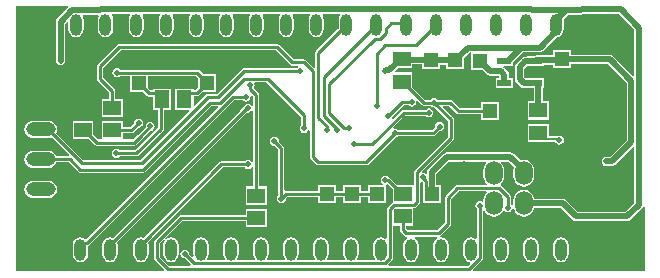
<source format=gbl>
G04*
G04 #@! TF.GenerationSoftware,Altium Limited,Altium Designer,20.0.13 (296)*
G04*
G04 Layer_Physical_Order=2*
G04 Layer_Color=16711680*
%FSLAX25Y25*%
%MOIN*%
G70*
G01*
G75*
%ADD13C,0.01000*%
%ADD44C,0.00800*%
%ADD46C,0.02000*%
%ADD47O,0.04000X0.07200*%
%ADD48R,0.04000X0.07200*%
%ADD49O,0.05906X0.07874*%
%ADD50O,0.09843X0.04724*%
%ADD51R,0.09843X0.04724*%
%ADD52C,0.01968*%
%ADD53C,0.02000*%
%ADD54R,0.05906X0.05118*%
%ADD55R,0.05000X0.05000*%
%ADD56R,0.05118X0.05906*%
%ADD57R,0.04803X0.02441*%
%ADD58R,0.05000X0.05000*%
G36*
X18233Y88696D02*
X14619Y85081D01*
X14287Y84585D01*
X14171Y84000D01*
Y71000D01*
X14287Y70415D01*
X14619Y69919D01*
X15115Y69587D01*
X15700Y69471D01*
X16285Y69587D01*
X16781Y69919D01*
X17113Y70415D01*
X17229Y71000D01*
Y83367D01*
X17832Y83969D01*
X18293Y83777D01*
Y81400D01*
X18488Y80424D01*
X19040Y79598D01*
X19867Y79045D01*
X20843Y78851D01*
X21818Y79045D01*
X22645Y79598D01*
X23198Y80424D01*
X23392Y81400D01*
Y84600D01*
X23198Y85575D01*
X23028Y85830D01*
X23263Y86271D01*
X28264D01*
X28500Y85830D01*
X28330Y85575D01*
X28136Y84600D01*
Y81400D01*
X28330Y80424D01*
X28883Y79598D01*
X29710Y79045D01*
X30685Y78851D01*
X31661Y79045D01*
X32487Y79598D01*
X33040Y80424D01*
X33234Y81400D01*
Y84600D01*
X33040Y85575D01*
X32709Y86071D01*
X32976Y86571D01*
X38709D01*
X38976Y86071D01*
X38645Y85575D01*
X38451Y84600D01*
Y81400D01*
X38645Y80424D01*
X39198Y79598D01*
X40025Y79045D01*
X41000Y78851D01*
X41976Y79045D01*
X42802Y79598D01*
X43355Y80424D01*
X43549Y81400D01*
Y84600D01*
X43355Y85575D01*
X43024Y86071D01*
X43291Y86571D01*
X48709D01*
X48976Y86071D01*
X48645Y85575D01*
X48451Y84600D01*
Y81400D01*
X48645Y80424D01*
X49198Y79598D01*
X50024Y79045D01*
X51000Y78851D01*
X51976Y79045D01*
X52802Y79598D01*
X53355Y80424D01*
X53549Y81400D01*
Y84600D01*
X53355Y85575D01*
X53024Y86071D01*
X53291Y86571D01*
X58709D01*
X58976Y86071D01*
X58645Y85575D01*
X58451Y84600D01*
Y81400D01*
X58645Y80424D01*
X59198Y79598D01*
X60024Y79045D01*
X61000Y78851D01*
X61976Y79045D01*
X62802Y79598D01*
X63355Y80424D01*
X63549Y81400D01*
Y84600D01*
X63355Y85575D01*
X63024Y86071D01*
X63291Y86571D01*
X68709D01*
X68976Y86071D01*
X68645Y85575D01*
X68451Y84600D01*
Y81400D01*
X68645Y80424D01*
X69198Y79598D01*
X70025Y79045D01*
X71000Y78851D01*
X71975Y79045D01*
X72802Y79598D01*
X73355Y80424D01*
X73549Y81400D01*
Y84600D01*
X73355Y85575D01*
X73024Y86071D01*
X73291Y86571D01*
X78709D01*
X78976Y86071D01*
X78645Y85575D01*
X78451Y84600D01*
Y81400D01*
X78645Y80424D01*
X79198Y79598D01*
X80024Y79045D01*
X81000Y78851D01*
X81975Y79045D01*
X82802Y79598D01*
X83355Y80424D01*
X83549Y81400D01*
Y84600D01*
X83355Y85575D01*
X83024Y86071D01*
X83291Y86571D01*
X88709D01*
X88976Y86071D01*
X88645Y85575D01*
X88451Y84600D01*
Y81400D01*
X88645Y80424D01*
X89198Y79598D01*
X90025Y79045D01*
X91000Y78851D01*
X91975Y79045D01*
X92802Y79598D01*
X93355Y80424D01*
X93549Y81400D01*
Y84600D01*
X93355Y85575D01*
X93024Y86071D01*
X93291Y86571D01*
X98709D01*
X98976Y86071D01*
X98645Y85575D01*
X98451Y84600D01*
Y81400D01*
X98645Y80424D01*
X99198Y79598D01*
X100024Y79045D01*
X101000Y78851D01*
X101976Y79045D01*
X102802Y79598D01*
X103355Y80424D01*
X103549Y81400D01*
Y84600D01*
X103355Y85575D01*
X103024Y86071D01*
X103291Y86571D01*
X108709D01*
X108976Y86071D01*
X108645Y85575D01*
X108451Y84600D01*
Y81771D01*
X108436Y81768D01*
X108105Y81547D01*
X100952Y74394D01*
X100731Y74063D01*
X100654Y73673D01*
Y68810D01*
X100154Y68603D01*
X97635Y71121D01*
X97304Y71342D01*
X96914Y71420D01*
X93422D01*
X88621Y76221D01*
X88290Y76442D01*
X87900Y76520D01*
X35300D01*
X34910Y76442D01*
X34579Y76221D01*
X28179Y69821D01*
X27958Y69490D01*
X27880Y69100D01*
Y65000D01*
X27958Y64610D01*
X28179Y64279D01*
X31953Y60505D01*
Y58374D01*
X29520D01*
Y52256D01*
X36426D01*
Y58374D01*
X33992D01*
Y60927D01*
X33915Y61317D01*
X33694Y61648D01*
X29920Y65422D01*
Y68678D01*
X35722Y74480D01*
X87478D01*
X92279Y69679D01*
X92610Y69458D01*
X93000Y69380D01*
X94700D01*
X94916Y68917D01*
X94910Y68880D01*
X94446Y68570D01*
X94412Y68520D01*
X77000D01*
X76610Y68442D01*
X76279Y68221D01*
X67878Y59820D01*
X64700D01*
X64310Y59742D01*
X63979Y59521D01*
X60510Y56051D01*
X60048Y56243D01*
Y59247D01*
X61251D01*
X61641Y59325D01*
X61972Y59546D01*
X63107Y60681D01*
X67665D01*
Y66681D01*
X63107D01*
X62067Y67721D01*
X61736Y67942D01*
X61346Y68020D01*
X35604D01*
X35570Y68070D01*
X35079Y68398D01*
X34500Y68513D01*
X33921Y68398D01*
X33430Y68070D01*
X33102Y67579D01*
X32987Y67000D01*
X33102Y66421D01*
X33430Y65930D01*
X33921Y65602D01*
X34500Y65487D01*
X35079Y65602D01*
X35570Y65930D01*
X35604Y65980D01*
X38732D01*
Y60484D01*
X43290D01*
X44425Y59349D01*
X44756Y59128D01*
X45146Y59050D01*
X46449D01*
Y54618D01*
X48080D01*
Y48722D01*
X40478Y41120D01*
X35404D01*
X35370Y41170D01*
X34879Y41498D01*
X34300Y41613D01*
X33721Y41498D01*
X33230Y41170D01*
X32902Y40679D01*
X32787Y40100D01*
X32902Y39521D01*
X33230Y39030D01*
X33721Y38702D01*
X34300Y38587D01*
X34879Y38702D01*
X35370Y39030D01*
X35404Y39080D01*
X40900D01*
X41290Y39158D01*
X41621Y39379D01*
X49821Y47579D01*
X50042Y47910D01*
X50120Y48300D01*
Y54618D01*
X52567D01*
Y61523D01*
X46449D01*
Y61089D01*
X45568D01*
X44732Y61926D01*
Y65980D01*
X60923D01*
X61665Y65239D01*
Y62123D01*
X60829Y61286D01*
X60048D01*
Y61523D01*
X53930D01*
Y54618D01*
X58423D01*
X58614Y54156D01*
X42378Y37920D01*
X23266D01*
X14227Y46959D01*
X14403Y47383D01*
X14501Y48130D01*
X14403Y48877D01*
X14114Y49573D01*
X13656Y50171D01*
X13058Y50630D01*
X12361Y50919D01*
X11614Y51017D01*
X6496D01*
X5749Y50919D01*
X5053Y50630D01*
X4455Y50171D01*
X3996Y49573D01*
X3708Y48877D01*
X3609Y48130D01*
X3708Y47383D01*
X3996Y46687D01*
X4455Y46089D01*
X5053Y45630D01*
X5749Y45341D01*
X6496Y45243D01*
X11614D01*
X12361Y45341D01*
X12785Y45517D01*
X18653Y39650D01*
X18446Y39149D01*
X14290D01*
X14114Y39573D01*
X13656Y40171D01*
X13058Y40630D01*
X12361Y40918D01*
X11614Y41017D01*
X6496D01*
X5749Y40918D01*
X5053Y40630D01*
X4455Y40171D01*
X3996Y39573D01*
X3708Y38877D01*
X3609Y38130D01*
X3708Y37383D01*
X3996Y36687D01*
X4455Y36089D01*
X5053Y35630D01*
X5749Y35341D01*
X6496Y35243D01*
X11614D01*
X12361Y35341D01*
X13058Y35630D01*
X13656Y36089D01*
X14114Y36687D01*
X14290Y37110D01*
X18448D01*
X21579Y33979D01*
X21910Y33758D01*
X22300Y33680D01*
X43200D01*
X43590Y33758D01*
X43921Y33979D01*
X65922Y55980D01*
X68228D01*
X68419Y55519D01*
X24289Y11388D01*
X24145Y11402D01*
X23318Y11955D01*
X22343Y12149D01*
X21367Y11955D01*
X20540Y11402D01*
X19988Y10575D01*
X19794Y9600D01*
Y6400D01*
X19988Y5424D01*
X20540Y4598D01*
X21367Y4045D01*
X22343Y3851D01*
X23318Y4045D01*
X24145Y4598D01*
X24698Y5424D01*
X24892Y6400D01*
Y9229D01*
X24907Y9232D01*
X25238Y9453D01*
X73565Y57780D01*
X76396D01*
X76430Y57730D01*
X76921Y57402D01*
X77500Y57287D01*
X78079Y57402D01*
X78570Y57730D01*
X78898Y58221D01*
X79013Y58800D01*
X79000Y58867D01*
X79391Y59437D01*
X79490Y59454D01*
X79980Y58963D01*
Y56022D01*
X79517Y55800D01*
X79480Y55806D01*
X79170Y56270D01*
X78679Y56598D01*
X78100Y56713D01*
X77521Y56598D01*
X77030Y56270D01*
X76702Y55779D01*
X76634Y55438D01*
X75665Y54469D01*
X75506Y54363D01*
X33108Y11965D01*
X32185Y12149D01*
X31210Y11955D01*
X30383Y11402D01*
X29830Y10575D01*
X29636Y9600D01*
Y6400D01*
X29830Y5424D01*
X30383Y4598D01*
X31210Y4045D01*
X32185Y3851D01*
X33160Y4045D01*
X33987Y4598D01*
X34540Y5424D01*
X34734Y6400D01*
Y9600D01*
X34550Y10523D01*
X76841Y52814D01*
X77001Y52921D01*
X77822Y53742D01*
X78100Y53687D01*
X78679Y53802D01*
X79170Y54130D01*
X79480Y54594D01*
X79517Y54600D01*
X79980Y54378D01*
Y37397D01*
X79480Y37245D01*
X79318Y37487D01*
X78827Y37815D01*
X78248Y37931D01*
X77669Y37815D01*
X77178Y37487D01*
X77144Y37437D01*
X69317D01*
X68927Y37359D01*
X68596Y37138D01*
X43423Y11965D01*
X42500Y12149D01*
X41525Y11955D01*
X40698Y11402D01*
X40145Y10575D01*
X39951Y9600D01*
Y6400D01*
X40145Y5424D01*
X40698Y4598D01*
X41525Y4045D01*
X42500Y3851D01*
X43475Y4045D01*
X44302Y4598D01*
X44855Y5424D01*
X45049Y6400D01*
Y9600D01*
X44865Y10523D01*
X69740Y35398D01*
X77144D01*
X77178Y35347D01*
X77669Y35019D01*
X78248Y34904D01*
X78827Y35019D01*
X79318Y35347D01*
X79480Y35590D01*
X79980Y35438D01*
Y29099D01*
X77547D01*
Y22981D01*
X84452D01*
Y29099D01*
X82019D01*
Y59386D01*
X81942Y59776D01*
X81721Y60107D01*
X79981Y61846D01*
X80298Y62321D01*
X80413Y62900D01*
X80318Y63380D01*
X80586Y63880D01*
X84278D01*
X95780Y52378D01*
Y49396D01*
X95502Y48979D01*
X95387Y48400D01*
X95502Y47821D01*
X95830Y47330D01*
X96321Y47002D01*
X96900Y46887D01*
X97479Y47002D01*
X97970Y47330D01*
X98280Y47794D01*
X98317Y47800D01*
X98780Y47584D01*
Y38900D01*
X98858Y38510D01*
X99079Y38179D01*
X100879Y36379D01*
X101210Y36158D01*
X101600Y36080D01*
X117513D01*
X117904Y36158D01*
X118234Y36379D01*
X127204Y45349D01*
X127264Y45337D01*
X127843Y45452D01*
X128334Y45780D01*
X128368Y45831D01*
X139862D01*
X140252Y45908D01*
X140583Y46129D01*
X141968Y47514D01*
X142028Y47502D01*
X142607Y47618D01*
X143098Y47946D01*
X143426Y48437D01*
X143541Y49016D01*
X143426Y49595D01*
X143098Y50086D01*
X142607Y50414D01*
X142028Y50529D01*
X141448Y50414D01*
X140957Y50086D01*
X140629Y49595D01*
X140514Y49016D01*
X140526Y48956D01*
X139440Y47870D01*
X128368D01*
X128334Y47921D01*
X127843Y48248D01*
X127264Y48364D01*
X126826Y48276D01*
X126568Y48726D01*
X130464Y52622D01*
X137380D01*
X137414Y52572D01*
X137905Y52244D01*
X138484Y52128D01*
X139063Y52244D01*
X139554Y52572D01*
X139882Y53063D01*
X139998Y53642D01*
X139882Y54221D01*
X139554Y54712D01*
X139063Y55040D01*
X138484Y55155D01*
X137905Y55040D01*
X137414Y54712D01*
X137380Y54661D01*
X130042D01*
X129651Y54584D01*
X129321Y54363D01*
X126628Y51670D01*
X126240Y51989D01*
X126300Y52078D01*
X126415Y52658D01*
X126403Y52717D01*
X130048Y56362D01*
X131484D01*
X131632Y56140D01*
X132123Y55812D01*
X132703Y55697D01*
X133282Y55812D01*
X133773Y56140D01*
X134101Y56631D01*
X134216Y57210D01*
X134155Y57516D01*
X134616Y57762D01*
X136099Y56279D01*
X136430Y56058D01*
X136820Y55980D01*
X139096D01*
X139130Y55930D01*
X139621Y55602D01*
X140200Y55487D01*
X140260Y55498D01*
X144780Y50978D01*
Y45622D01*
X133779Y34621D01*
X133558Y34290D01*
X133480Y33900D01*
Y30020D01*
X133297Y29596D01*
X127833D01*
X125508Y31921D01*
X125177Y32142D01*
X125152Y32147D01*
X125070Y32270D01*
X124579Y32598D01*
X124000Y32713D01*
X123421Y32598D01*
X122930Y32270D01*
X122602Y31779D01*
X122487Y31200D01*
X122602Y30621D01*
X122930Y30130D01*
X123124Y30000D01*
X122973Y29500D01*
X118200D01*
Y27520D01*
X115900D01*
Y29500D01*
X109900D01*
Y27520D01*
X107600D01*
Y29500D01*
X101600D01*
Y27520D01*
X90800D01*
X90320Y27934D01*
Y41800D01*
X90242Y42190D01*
X90021Y42521D01*
X88502Y44040D01*
X88513Y44100D01*
X88398Y44679D01*
X88070Y45170D01*
X87579Y45498D01*
X87000Y45613D01*
X86421Y45498D01*
X85930Y45170D01*
X85602Y44679D01*
X85487Y44100D01*
X85602Y43521D01*
X85930Y43030D01*
X86421Y42702D01*
X87000Y42587D01*
X87060Y42599D01*
X88280Y41378D01*
Y26104D01*
X88230Y26070D01*
X87902Y25579D01*
X87787Y25000D01*
X87902Y24421D01*
X88230Y23930D01*
X88721Y23602D01*
X89300Y23487D01*
X89879Y23602D01*
X90370Y23930D01*
X90698Y24421D01*
X90813Y25000D01*
X90802Y25060D01*
X91222Y25480D01*
X101600D01*
Y23500D01*
X107600D01*
Y25480D01*
X109900D01*
Y23500D01*
X115900D01*
Y25480D01*
X118200D01*
Y23500D01*
X124200D01*
Y29217D01*
X124200Y29500D01*
X124575Y29801D01*
X124579Y29802D01*
X124677Y29868D01*
X126391Y28154D01*
Y23881D01*
X126118Y23698D01*
X124779Y22359D01*
X124558Y22029D01*
X124480Y21639D01*
Y11885D01*
X123980Y11618D01*
X123476Y11955D01*
X122500Y12149D01*
X121525Y11955D01*
X120698Y11402D01*
X120145Y10575D01*
X119951Y9600D01*
Y6400D01*
X120145Y5424D01*
X120483Y4920D01*
X120215Y4420D01*
X114785D01*
X114518Y4920D01*
X114855Y5424D01*
X115049Y6400D01*
Y9600D01*
X114855Y10575D01*
X114302Y11402D01*
X113476Y11955D01*
X112500Y12149D01*
X111524Y11955D01*
X110698Y11402D01*
X110145Y10575D01*
X109951Y9600D01*
Y6400D01*
X110145Y5424D01*
X110482Y4920D01*
X110215Y4420D01*
X104785D01*
X104518Y4920D01*
X104855Y5424D01*
X105049Y6400D01*
Y9600D01*
X104855Y10575D01*
X104302Y11402D01*
X103475Y11955D01*
X102500Y12149D01*
X101525Y11955D01*
X100698Y11402D01*
X100145Y10575D01*
X99951Y9600D01*
Y6400D01*
X100145Y5424D01*
X100482Y4920D01*
X100215Y4420D01*
X94785D01*
X94518Y4920D01*
X94855Y5424D01*
X95049Y6400D01*
Y9600D01*
X94855Y10575D01*
X94302Y11402D01*
X93476Y11955D01*
X92500Y12149D01*
X91524Y11955D01*
X90698Y11402D01*
X90145Y10575D01*
X89951Y9600D01*
Y6400D01*
X90145Y5424D01*
X90482Y4920D01*
X90215Y4420D01*
X84785D01*
X84518Y4920D01*
X84855Y5424D01*
X85049Y6400D01*
Y9600D01*
X84855Y10575D01*
X84302Y11402D01*
X83476Y11955D01*
X82500Y12149D01*
X81524Y11955D01*
X80698Y11402D01*
X80145Y10575D01*
X79951Y9600D01*
Y6400D01*
X80145Y5424D01*
X80482Y4920D01*
X80215Y4420D01*
X74785D01*
X74518Y4920D01*
X74855Y5424D01*
X75049Y6400D01*
Y9600D01*
X74855Y10575D01*
X74302Y11402D01*
X73475Y11955D01*
X72500Y12149D01*
X71525Y11955D01*
X70698Y11402D01*
X70145Y10575D01*
X69951Y9600D01*
Y6400D01*
X70145Y5424D01*
X70482Y4920D01*
X70215Y4420D01*
X64785D01*
X64518Y4920D01*
X64855Y5424D01*
X65049Y6400D01*
Y9600D01*
X64855Y10575D01*
X64302Y11402D01*
X63476Y11955D01*
X62500Y12149D01*
X61524Y11955D01*
X60698Y11402D01*
X60145Y10575D01*
X59951Y9600D01*
Y6400D01*
X60076Y5773D01*
X59615Y5527D01*
X58601Y6540D01*
X58613Y6600D01*
X58498Y7179D01*
X58170Y7670D01*
X57679Y7998D01*
X57100Y8113D01*
X56521Y7998D01*
X56030Y7670D01*
X55702Y7179D01*
X55587Y6600D01*
X55702Y6021D01*
X56030Y5530D01*
X56521Y5202D01*
X57100Y5087D01*
X57160Y5099D01*
X59139Y3120D01*
X58931Y2620D01*
X51808D01*
X48820Y5608D01*
Y10178D01*
X50201Y11559D01*
X50589Y11240D01*
X50536Y11160D01*
X50145Y10575D01*
X49951Y9600D01*
Y6400D01*
X50145Y5424D01*
X50698Y4598D01*
X51525Y4045D01*
X52500Y3851D01*
X53475Y4045D01*
X54302Y4598D01*
X54855Y5424D01*
X55049Y6400D01*
Y9600D01*
X54855Y10575D01*
X54302Y11402D01*
X53475Y11955D01*
X52500Y12149D01*
X51525Y11955D01*
X50940Y11564D01*
X50860Y11511D01*
X50541Y11899D01*
X56182Y17540D01*
X77547D01*
Y15500D01*
X84452D01*
Y21619D01*
X77547D01*
Y19579D01*
X55760D01*
X55369Y19501D01*
X55039Y19281D01*
X47079Y11321D01*
X46858Y10990D01*
X46780Y10600D01*
Y5186D01*
X46858Y4796D01*
X47079Y4465D01*
X50279Y1265D01*
X50072Y765D01*
X765D01*
Y89196D01*
X18026D01*
X18233Y88696D01*
D02*
G37*
G36*
X206971Y81416D02*
Y66046D01*
X206509Y65854D01*
X199824Y72539D01*
X199328Y72870D01*
X198743Y72986D01*
X185776D01*
Y74457D01*
X179776D01*
Y72725D01*
X174178D01*
X174030Y72695D01*
X171055D01*
Y72284D01*
X170554D01*
X169969Y72167D01*
X169473Y71836D01*
X167619Y69981D01*
X167287Y69485D01*
X167171Y68900D01*
Y64900D01*
X167287Y64315D01*
X167619Y63819D01*
X169119Y62319D01*
X169615Y61987D01*
X170200Y61871D01*
X171055D01*
Y61774D01*
X173471D01*
Y57499D01*
X171548D01*
Y51381D01*
X178453D01*
Y57499D01*
X176530D01*
Y61774D01*
X176859D01*
Y65215D01*
X171055D01*
Y65215D01*
X170595Y65208D01*
X170229Y65570D01*
Y68266D01*
X171188Y69225D01*
X173737D01*
X173884Y69254D01*
X176859D01*
Y69666D01*
X179776D01*
Y68457D01*
X185776D01*
Y69928D01*
X198109D01*
X204471Y63566D01*
Y44633D01*
X198770Y38933D01*
X197587D01*
X197002Y38816D01*
X196506Y38485D01*
X196174Y37988D01*
X196058Y37403D01*
X196174Y36818D01*
X196506Y36322D01*
X197002Y35990D01*
X197587Y35874D01*
X199403D01*
X199988Y35990D01*
X200485Y36322D01*
X206509Y42346D01*
X206971Y42154D01*
Y23633D01*
X203966Y20629D01*
X188233D01*
X184317Y24546D01*
X183821Y24878D01*
X183235Y24994D01*
X173549D01*
X173502Y25350D01*
X173154Y26190D01*
X172600Y26911D01*
X171879Y27465D01*
X171039Y27813D01*
X170138Y27931D01*
X169236Y27813D01*
X168396Y27465D01*
X167675Y26911D01*
X167122Y26190D01*
X166774Y25350D01*
X166655Y24449D01*
Y22956D01*
X166155Y22779D01*
X165920Y23045D01*
Y25600D01*
X165842Y25990D01*
X165621Y26321D01*
X162721Y29221D01*
X162540Y29342D01*
X162464Y29809D01*
X162488Y29932D01*
X162600Y30018D01*
X163154Y30739D01*
X163502Y31579D01*
X163620Y32480D01*
Y34449D01*
X163502Y35350D01*
X163154Y36190D01*
X162630Y36872D01*
X162686Y37165D01*
X162757Y37372D01*
X165051D01*
X166862Y35562D01*
X166774Y35350D01*
X166655Y34449D01*
Y32480D01*
X166774Y31579D01*
X167122Y30739D01*
X167675Y30018D01*
X168396Y29464D01*
X169236Y29116D01*
X170138Y28998D01*
X171039Y29116D01*
X171879Y29464D01*
X172600Y30018D01*
X173154Y30739D01*
X173502Y31579D01*
X173620Y32480D01*
Y34449D01*
X173502Y35350D01*
X173154Y36190D01*
X172600Y36911D01*
X171879Y37465D01*
X171039Y37813D01*
X170138Y37931D01*
X169236Y37813D01*
X169025Y37725D01*
X166767Y39983D01*
X166270Y40315D01*
X165685Y40431D01*
X144502D01*
X143916Y40315D01*
X143420Y39983D01*
X138319Y34882D01*
X137987Y34386D01*
X137871Y33800D01*
Y33637D01*
X137371Y33370D01*
X137179Y33498D01*
X136600Y33613D01*
X136303Y33554D01*
X136057Y34015D01*
X146521Y44479D01*
X146742Y44810D01*
X146820Y45200D01*
Y51400D01*
X146742Y51790D01*
X146521Y52121D01*
X143123Y55519D01*
X143315Y55980D01*
X145169D01*
X147770Y53379D01*
X148101Y53158D01*
X148491Y53081D01*
X155763D01*
Y51100D01*
X161763D01*
Y57100D01*
X155763D01*
Y55120D01*
X148913D01*
X146312Y57721D01*
X145982Y57942D01*
X145591Y58020D01*
X141304D01*
X141270Y58070D01*
X140779Y58398D01*
X140200Y58513D01*
X139621Y58398D01*
X139130Y58070D01*
X139096Y58020D01*
X137242D01*
X132881Y62380D01*
Y67056D01*
X127430D01*
X127239Y67518D01*
X128139Y68419D01*
X132882D01*
Y69840D01*
X136272D01*
Y68260D01*
X142272D01*
Y69682D01*
X144343D01*
Y68162D01*
X150343D01*
Y71999D01*
X152100Y73756D01*
X152600Y73736D01*
Y67837D01*
X156437D01*
X157856Y66419D01*
X158352Y66087D01*
X158938Y65971D01*
X161726D01*
X162002Y65695D01*
X161846Y65195D01*
X160740D01*
Y61754D01*
X166544D01*
Y65195D01*
X165171D01*
Y66328D01*
X165055Y66914D01*
X164724Y67410D01*
X163552Y68581D01*
X163293Y68754D01*
X163445Y69254D01*
X166544D01*
Y70532D01*
X169782Y73771D01*
X175428D01*
X176014Y73887D01*
X176510Y74219D01*
X181178Y78886D01*
X181975Y79045D01*
X182802Y79598D01*
X183355Y80424D01*
X183549Y81400D01*
Y84600D01*
X183485Y84922D01*
X184933Y86371D01*
X189350D01*
X189936Y86487D01*
X190061Y86571D01*
X201816D01*
X206971Y81416D01*
D02*
G37*
G36*
X157765Y26980D02*
X157675Y26911D01*
X157122Y26190D01*
X156774Y25350D01*
X156655Y24449D01*
Y24315D01*
X156155Y24047D01*
X156079Y24098D01*
X155500Y24213D01*
X154921Y24098D01*
X154430Y23770D01*
X154102Y23279D01*
X153987Y22700D01*
X154102Y22121D01*
X154430Y21630D01*
X154480Y21596D01*
Y11885D01*
X153980Y11618D01*
X153475Y11955D01*
X152500Y12149D01*
X151525Y11955D01*
X150698Y11402D01*
X150145Y10575D01*
X149951Y9600D01*
Y6400D01*
X150145Y5424D01*
X150698Y4598D01*
X151525Y4045D01*
X152120Y3927D01*
X152285Y3384D01*
X151520Y2620D01*
X125111D01*
X124904Y3120D01*
X126221Y4436D01*
X126442Y4767D01*
X126520Y5157D01*
Y15997D01*
X128824D01*
Y14556D01*
X128902Y14166D01*
X129123Y13835D01*
X130279Y12679D01*
X130610Y12458D01*
X131000Y12380D01*
X131296D01*
X131413Y11880D01*
X130698Y11402D01*
X130145Y10575D01*
X129951Y9600D01*
Y6400D01*
X130145Y5424D01*
X130698Y4598D01*
X131525Y4045D01*
X132500Y3851D01*
X133475Y4045D01*
X134302Y4598D01*
X134855Y5424D01*
X135049Y6400D01*
Y9600D01*
X134855Y10575D01*
X134302Y11402D01*
X133587Y11880D01*
X133704Y12380D01*
X141296D01*
X141413Y11880D01*
X140698Y11402D01*
X140145Y10575D01*
X139951Y9600D01*
Y6400D01*
X140145Y5424D01*
X140698Y4598D01*
X141525Y4045D01*
X142500Y3851D01*
X143475Y4045D01*
X144302Y4598D01*
X144855Y5424D01*
X145049Y6400D01*
Y9600D01*
X144855Y10575D01*
X144302Y11402D01*
X143475Y11955D01*
X142521Y12145D01*
X142478Y12215D01*
X142344Y12628D01*
X142421Y12679D01*
X145521Y15779D01*
X145742Y16110D01*
X145820Y16500D01*
Y24878D01*
X148422Y27480D01*
X157596D01*
X157765Y26980D01*
D02*
G37*
G36*
X157589Y37165D02*
X157645Y36872D01*
X157122Y36190D01*
X156774Y35350D01*
X156655Y34449D01*
Y32480D01*
X156774Y31579D01*
X157122Y30739D01*
X157675Y30018D01*
X157708Y29993D01*
X157547Y29520D01*
X148000D01*
X147610Y29442D01*
X147279Y29221D01*
X144079Y26021D01*
X143858Y25690D01*
X143780Y25300D01*
Y16922D01*
X141278Y14420D01*
X131422D01*
X130863Y14978D01*
Y15997D01*
X133297D01*
Y21958D01*
X133578D01*
X133968Y22036D01*
X134298Y22256D01*
X135221Y23179D01*
X135442Y23510D01*
X135520Y23900D01*
Y30349D01*
X135949Y30605D01*
X136381Y30415D01*
Y28537D01*
X136400Y28439D01*
Y23537D01*
X142400D01*
Y29537D01*
X140930D01*
Y33167D01*
X145135Y37372D01*
X157519D01*
X157589Y37165D01*
D02*
G37*
G36*
X210238Y22293D02*
X210357Y22248D01*
Y765D01*
X153256D01*
X153049Y1265D01*
X156221Y4436D01*
X156442Y4767D01*
X156520Y5157D01*
Y20886D01*
X157020Y20986D01*
X157122Y20739D01*
X157675Y20018D01*
X158396Y19464D01*
X159236Y19116D01*
X160138Y18998D01*
X161039Y19116D01*
X161879Y19464D01*
X162600Y20018D01*
X163154Y20739D01*
X163220Y20899D01*
X163649Y20941D01*
X163765Y20907D01*
X164221Y20602D01*
X164800Y20487D01*
X165379Y20602D01*
X165870Y20930D01*
X166198Y21421D01*
X166254Y21700D01*
X166760Y21684D01*
X166774Y21579D01*
X167122Y20739D01*
X167675Y20018D01*
X168396Y19464D01*
X169236Y19116D01*
X170138Y18998D01*
X171039Y19116D01*
X171879Y19464D01*
X172600Y20018D01*
X173154Y20739D01*
X173502Y21579D01*
X173549Y21935D01*
X182602D01*
X186519Y18019D01*
X187015Y17687D01*
X187600Y17571D01*
X204600D01*
X205185Y17687D01*
X205681Y18019D01*
X209581Y21919D01*
X209857Y22332D01*
X210238Y22293D01*
D02*
G37*
%LPC*%
G36*
X41700Y51713D02*
X41121Y51598D01*
X40630Y51270D01*
X40302Y50779D01*
X40187Y50200D01*
X40198Y50140D01*
X38913Y48855D01*
X36426D01*
Y50894D01*
X29520D01*
X29520Y44776D01*
X29043Y44720D01*
X28180D01*
X26681Y46218D01*
Y50894D01*
X19776D01*
Y44776D01*
X25240D01*
X27036Y42979D01*
X27367Y42758D01*
X27757Y42680D01*
X40200D01*
X40590Y42758D01*
X40921Y42979D01*
X42821Y44879D01*
X42821Y44879D01*
X45540Y47598D01*
X45600Y47587D01*
X46179Y47702D01*
X46670Y48030D01*
X46998Y48521D01*
X47113Y49100D01*
X46998Y49679D01*
X46670Y50170D01*
X46179Y50498D01*
X45600Y50613D01*
X45021Y50498D01*
X44530Y50170D01*
X44202Y49679D01*
X44087Y49100D01*
X44098Y49040D01*
X41379Y46321D01*
X41379Y46321D01*
X39778Y44720D01*
X36902D01*
X36426Y44776D01*
X36426Y45220D01*
Y46815D01*
X39335D01*
X39725Y46893D01*
X40056Y47114D01*
X41640Y48698D01*
X41700Y48687D01*
X42279Y48802D01*
X42770Y49130D01*
X43098Y49621D01*
X43213Y50200D01*
X43098Y50779D01*
X42770Y51270D01*
X42279Y51598D01*
X41700Y51713D01*
D02*
G37*
G36*
X11614Y31017D02*
X6496D01*
X5749Y30918D01*
X5053Y30630D01*
X4455Y30171D01*
X3996Y29573D01*
X3708Y28877D01*
X3609Y28130D01*
X3708Y27383D01*
X3996Y26686D01*
X4455Y26089D01*
X5053Y25630D01*
X5749Y25341D01*
X6496Y25243D01*
X11614D01*
X12361Y25341D01*
X13058Y25630D01*
X13656Y26089D01*
X14114Y26686D01*
X14403Y27383D01*
X14501Y28130D01*
X14403Y28877D01*
X14114Y29573D01*
X13656Y30171D01*
X13058Y30630D01*
X12361Y30918D01*
X11614Y31017D01*
D02*
G37*
G36*
X178453Y50019D02*
X171548D01*
Y43901D01*
X177071D01*
X177159Y43883D01*
X180627D01*
X180930Y43430D01*
X181421Y43102D01*
X182000Y42987D01*
X182579Y43102D01*
X183070Y43430D01*
X183398Y43921D01*
X183513Y44500D01*
X183398Y45079D01*
X183070Y45570D01*
X182579Y45898D01*
X182000Y46013D01*
X181421Y45898D01*
X181152Y45719D01*
X178453D01*
Y50019D01*
D02*
G37*
G36*
X182500Y12149D02*
X181525Y11955D01*
X180698Y11402D01*
X180145Y10575D01*
X179951Y9600D01*
Y6400D01*
X180145Y5424D01*
X180698Y4598D01*
X181525Y4045D01*
X182500Y3851D01*
X183475Y4045D01*
X184302Y4598D01*
X184855Y5424D01*
X185049Y6400D01*
Y9600D01*
X184855Y10575D01*
X184302Y11402D01*
X183475Y11955D01*
X182500Y12149D01*
D02*
G37*
G36*
X172500D02*
X171525Y11955D01*
X170698Y11402D01*
X170145Y10575D01*
X169951Y9600D01*
Y6400D01*
X170145Y5424D01*
X170698Y4598D01*
X171525Y4045D01*
X172500Y3851D01*
X173475Y4045D01*
X174302Y4598D01*
X174855Y5424D01*
X175049Y6400D01*
Y9600D01*
X174855Y10575D01*
X174302Y11402D01*
X173475Y11955D01*
X172500Y12149D01*
D02*
G37*
G36*
X162500D02*
X161525Y11955D01*
X160698Y11402D01*
X160145Y10575D01*
X159951Y9600D01*
Y6400D01*
X160145Y5424D01*
X160698Y4598D01*
X161525Y4045D01*
X162500Y3851D01*
X163476Y4045D01*
X164302Y4598D01*
X164855Y5424D01*
X165049Y6400D01*
Y9600D01*
X164855Y10575D01*
X164302Y11402D01*
X163476Y11955D01*
X162500Y12149D01*
D02*
G37*
%LPD*%
D13*
X136600Y31838D02*
X137400Y31038D01*
X136600Y31838D02*
Y32100D01*
X113681Y43110D02*
X119510D01*
X77838Y55200D02*
X78100D01*
X76280Y53642D02*
X77838Y55200D01*
X76227Y53642D02*
X76280D01*
X24517Y10174D02*
X73143Y58800D01*
X77500Y58425D02*
Y58800D01*
X73143D02*
X77500D01*
X78900Y61485D02*
X81000Y59386D01*
X78900Y61485D02*
Y62900D01*
X81000Y26040D02*
Y59386D01*
X32185Y9600D02*
X76227Y53642D01*
X110293Y48407D02*
X111993D01*
X105300Y53400D02*
X110293Y48407D01*
X105300Y53400D02*
Y63174D01*
X103543Y52559D02*
X107868Y48234D01*
Y48026D02*
Y48234D01*
X105300Y63174D02*
X120426Y78300D01*
X111993Y48407D02*
X112000Y48400D01*
X117513Y37100D02*
X127264Y46850D01*
X101600Y37100D02*
X117513D01*
X99800Y38900D02*
X101600Y37100D01*
X99800Y38900D02*
Y67514D01*
X93000Y70400D02*
X96914D01*
X99800Y67514D01*
X77000Y67500D02*
X95516D01*
X87900Y75500D02*
X93000Y70400D01*
X35300Y75500D02*
X87900D01*
X28900Y65000D02*
Y69100D01*
X35300Y75500D01*
X28900Y65000D02*
X32973Y60927D01*
Y55315D02*
Y60927D01*
X34500Y67000D02*
X61346D01*
X64665Y63681D01*
X84700Y64900D02*
X96800Y52800D01*
Y48200D02*
Y52800D01*
X69000Y57000D02*
X76900Y64900D01*
X84700D01*
X64700Y58800D02*
X68300D01*
X77000Y67500D01*
X22343Y8788D02*
X23728Y10174D01*
X22343Y8000D02*
Y8788D01*
X23728Y10174D02*
X24517D01*
X65500Y57000D02*
X69000D01*
X43200Y34700D02*
X65500Y57000D01*
X22300Y34700D02*
X43200D01*
X9055Y38130D02*
X18870D01*
X22300Y34700D01*
X22844Y36900D02*
X42800D01*
X11614Y48130D02*
X22844Y36900D01*
X42800D02*
X64700Y58800D01*
X34300Y40100D02*
X40900D01*
X49100Y48300D01*
Y57662D01*
X9055Y48130D02*
X11614D01*
X49100Y57662D02*
X49508Y58071D01*
X42100Y45600D02*
X45600Y49100D01*
X47509Y60070D02*
X49508Y58071D01*
X45146Y60070D02*
X47509D01*
X41732Y63484D02*
X45146Y60070D01*
X56989Y58070D02*
Y58207D01*
X59048Y60267D01*
X61251D01*
X64665Y63681D01*
X27757Y43700D02*
X40200D01*
X42100Y45600D02*
Y45600D01*
X40200Y43700D02*
X42100Y45600D01*
X23229Y47835D02*
X23622D01*
X27757Y43700D01*
X32973Y47835D02*
X39335D01*
X41700Y50200D01*
X121023Y55807D02*
Y73287D01*
X123888Y76151D02*
X134151D01*
X121023Y73287D02*
X123888Y76151D01*
X130600Y83400D02*
X131000Y83000D01*
X124100Y81700D02*
X125800Y83400D01*
X130600D01*
X122143Y78300D02*
X124100Y80257D01*
Y81700D01*
X120426Y78300D02*
X122143D01*
X131000Y82212D02*
Y83000D01*
X129614Y80826D02*
X131000Y82212D01*
X164800Y22000D02*
X164900Y22100D01*
Y25600D01*
X148000Y28500D02*
X162000D01*
X164900Y25600D01*
X144800Y25300D02*
X148000Y28500D01*
X144800Y16500D02*
Y25300D01*
X141700Y13400D02*
X144800Y16500D01*
X131000Y13400D02*
X141700D01*
X129844Y14556D02*
Y19056D01*
Y14556D02*
X131000Y13400D01*
X155500Y5157D02*
Y22700D01*
X151943Y1600D02*
X155500Y5157D01*
X51386Y1600D02*
X151943D01*
X155500Y22700D02*
X155500Y22700D01*
X133578Y22977D02*
X134500Y23900D01*
X126839Y22977D02*
X133578D01*
X134500Y33900D02*
X145800Y45200D01*
X134500Y23900D02*
Y33900D01*
X125500Y21639D02*
X126839Y22977D01*
X125500Y5157D02*
Y21639D01*
X123743Y3400D02*
X125500Y5157D01*
X60300Y3400D02*
X123743D01*
X47800Y5186D02*
Y10600D01*
Y5186D02*
X51386Y1600D01*
X57100Y6600D02*
X60300Y3400D01*
X55760Y18560D02*
X81000D01*
X47800Y10600D02*
X55760Y18560D01*
X140200Y57000D02*
X145800Y51400D01*
Y45200D02*
Y51400D01*
X89300Y25000D02*
Y41800D01*
X87000Y44100D02*
X89300Y41800D01*
Y25000D02*
X90800Y26500D01*
X69317Y36417D02*
X78248D01*
X78347D01*
X90800Y26500D02*
X104600D01*
X112900D02*
X121200D01*
X104600D02*
X112900D01*
X137400Y28537D02*
X139400Y26537D01*
X137400Y28537D02*
Y31038D01*
X140200Y57000D02*
X145591D01*
X136820D02*
X140200D01*
X124787Y31200D02*
X129450Y26537D01*
X124000Y31200D02*
X124787D01*
X129450Y26537D02*
X129844D01*
X129823Y63997D02*
X136820Y57000D01*
X145591D02*
X148491Y54100D01*
X130042Y53642D02*
X138484D01*
X119510Y43110D02*
X130042Y53642D01*
X129429Y63997D02*
X129823D01*
X148491Y54100D02*
X158763D01*
X132531Y57382D02*
X132703Y57210D01*
X129626Y57382D02*
X132531D01*
X134151Y76151D02*
X138826Y80826D01*
X42500Y9600D02*
X69317Y36417D01*
X42500Y8000D02*
Y9600D01*
X32185Y8000D02*
Y9600D01*
X124902Y52658D02*
X129626Y57382D01*
X127264Y46850D02*
X139862D01*
X142028Y49016D01*
X101673Y73673D02*
X108826Y80826D01*
X109614D01*
X101673Y51824D02*
Y73673D01*
X109614Y80826D02*
X111000Y82212D01*
X103543Y65543D02*
X118826Y80826D01*
X119614D01*
X103543Y52559D02*
Y65543D01*
X111000Y82212D02*
Y83000D01*
X139614Y80826D02*
X141000Y82212D01*
X138826Y80826D02*
X139614D01*
X141000Y82212D02*
Y83000D01*
X101673Y51824D02*
X104441Y49057D01*
X119614Y80826D02*
X121000Y82212D01*
Y83000D01*
X104441Y47921D02*
X104626Y47736D01*
X104441Y47921D02*
Y49057D01*
D44*
X175000Y46960D02*
X177159Y44801D01*
X181383D01*
X181684Y44500D01*
X182000D01*
D46*
X189350Y87900D02*
X189550Y88100D01*
X202450D02*
X208500Y82050D01*
Y23000D02*
Y82050D01*
X189550Y88100D02*
X202450D01*
X181000Y84600D02*
X184300Y87900D01*
X189350D01*
X172450Y88100D02*
X172750Y87800D01*
X29235Y88100D02*
X172450D01*
X28935Y87800D02*
X29235Y88100D01*
X172750Y87800D02*
X184200D01*
X19500D02*
X28935D01*
X15700Y84000D02*
X19500Y87800D01*
X128926Y71369D02*
X129538D01*
X199403Y37403D02*
X206000Y44000D01*
X197587Y37403D02*
X199403D01*
X206000Y44000D02*
Y64200D01*
X198743Y71457D02*
X206000Y64200D01*
X182776Y71457D02*
X198743D01*
X170200Y63400D02*
X174874D01*
X175000Y54440D02*
Y63274D01*
X174874Y63400D02*
X175000Y63274D01*
X15700Y71000D02*
Y84000D01*
X139400Y33800D02*
X144502Y38902D01*
X165685D01*
X170138Y34449D01*
Y33465D02*
Y34449D01*
X139400Y26537D02*
Y33800D01*
X170138Y23465D02*
X183235D01*
X187600Y19100D01*
X204600D02*
X208500Y23000D01*
X187600Y19100D02*
X204600D01*
X181000Y83000D02*
Y84600D01*
X125343Y67785D02*
X128926Y71369D01*
X124185Y67785D02*
X125343D01*
X124000Y67600D02*
X124185Y67785D01*
X163642Y63475D02*
Y66328D01*
X162470Y67500D02*
X163642Y66328D01*
X158938Y67500D02*
X162470D01*
X155600Y70837D02*
X158938Y67500D01*
X139163Y71369D02*
X139272Y71260D01*
X129538Y71369D02*
X139163D01*
X147294Y71211D02*
X147343Y71162D01*
X139321Y71211D02*
X147294D01*
X139272Y71260D02*
X139321Y71211D01*
X147343Y71162D02*
X151481Y75300D01*
X169148D01*
X175428D01*
X181000Y80872D02*
Y83000D01*
X175428Y75300D02*
X181000Y80872D01*
X163642Y70975D02*
X164823D01*
X169148Y75300D01*
X168700Y68900D02*
X170554Y70754D01*
X173737D01*
X168700Y64900D02*
Y68900D01*
X173737Y70754D02*
X173957Y70975D01*
X174178Y71195D01*
X168700Y64900D02*
X170200Y63400D01*
X174178Y71195D02*
X182514D01*
X182776Y71457D01*
X174970Y54470D02*
X175000Y54440D01*
D47*
X201000Y83000D02*
D03*
X191000D02*
D03*
X181000D02*
D03*
X171000D02*
D03*
X161000D02*
D03*
X151000D02*
D03*
X141000D02*
D03*
X131000D02*
D03*
X121000D02*
D03*
X111000D02*
D03*
X101000D02*
D03*
X81000D02*
D03*
X91000D02*
D03*
X71000D02*
D03*
X61000D02*
D03*
X51000D02*
D03*
X41000D02*
D03*
X30685D02*
D03*
X20843D02*
D03*
X22343Y8000D02*
D03*
X32185D02*
D03*
X42500D02*
D03*
X52500D02*
D03*
X62500D02*
D03*
X72500D02*
D03*
X92500D02*
D03*
X82500D02*
D03*
X102500D02*
D03*
X112500D02*
D03*
X122500D02*
D03*
X132500D02*
D03*
X142500D02*
D03*
X152500D02*
D03*
X162500D02*
D03*
X172500D02*
D03*
X182500D02*
D03*
X192500D02*
D03*
X202500D02*
D03*
D48*
X11000Y83000D02*
D03*
X12500Y8000D02*
D03*
D49*
X160138Y33465D02*
D03*
X170138D02*
D03*
Y23465D02*
D03*
X160138D02*
D03*
X150138Y33465D02*
D03*
Y23465D02*
D03*
D50*
X9055Y28130D02*
D03*
Y38130D02*
D03*
Y48130D02*
D03*
D51*
Y58130D02*
D03*
D52*
X136600Y32100D02*
D03*
X113681Y43110D02*
D03*
X78100Y55200D02*
D03*
X77500Y58800D02*
D03*
X78900Y62900D02*
D03*
X107868Y48026D02*
D03*
X95516Y67500D02*
D03*
X34500Y67000D02*
D03*
X96900Y48400D02*
D03*
X45600Y49100D02*
D03*
X34300Y40100D02*
D03*
X41700Y50200D02*
D03*
X197587Y37403D02*
D03*
X182000Y44500D02*
D03*
X155500Y22700D02*
D03*
X164800Y22000D02*
D03*
X57100Y6600D02*
D03*
X15700Y71000D02*
D03*
X124000Y67600D02*
D03*
X87000Y44100D02*
D03*
X89300Y25000D02*
D03*
X78248Y36417D02*
D03*
X140200Y57000D02*
D03*
X124000Y31200D02*
D03*
X138484Y53642D02*
D03*
X132703Y57210D02*
D03*
X112000Y48400D02*
D03*
X124902Y52658D02*
D03*
X127264Y46850D02*
D03*
X142028Y49016D02*
D03*
X121023Y55807D02*
D03*
X104626Y47736D02*
D03*
D53*
X205000Y75000D02*
D03*
Y35000D02*
D03*
Y15000D02*
D03*
X207500Y10000D02*
D03*
X200000Y75000D02*
D03*
Y65000D02*
D03*
X202500Y50000D02*
D03*
X200000Y45000D02*
D03*
Y15000D02*
D03*
X195000Y75000D02*
D03*
Y65000D02*
D03*
X197500Y50000D02*
D03*
X195000Y45000D02*
D03*
X197500Y40000D02*
D03*
X195000Y15000D02*
D03*
X197500Y10000D02*
D03*
X190000Y75000D02*
D03*
Y65000D02*
D03*
Y15000D02*
D03*
X185000Y55000D02*
D03*
Y45000D02*
D03*
Y35000D02*
D03*
Y15000D02*
D03*
X187500Y10000D02*
D03*
X180000Y55000D02*
D03*
X182500Y50000D02*
D03*
X180000Y35000D02*
D03*
X182500Y30000D02*
D03*
Y20000D02*
D03*
X175000Y35000D02*
D03*
X177500Y30000D02*
D03*
Y20000D02*
D03*
Y10000D02*
D03*
X170000Y45000D02*
D03*
Y15000D02*
D03*
X167500Y60000D02*
D03*
X165000Y45000D02*
D03*
Y35000D02*
D03*
X167500Y10000D02*
D03*
X162500Y60000D02*
D03*
X160000Y45000D02*
D03*
X157500Y50000D02*
D03*
X155000Y45000D02*
D03*
X152500Y50000D02*
D03*
X150000Y45000D02*
D03*
X145000Y35000D02*
D03*
X147500Y10000D02*
D03*
X137500Y50000D02*
D03*
Y40000D02*
D03*
Y10000D02*
D03*
X132500Y40000D02*
D03*
X117500Y10000D02*
D03*
X105000Y85000D02*
D03*
X107500Y10000D02*
D03*
X100000Y75000D02*
D03*
X95000Y85000D02*
D03*
X97500Y80000D02*
D03*
X95000Y75000D02*
D03*
Y45000D02*
D03*
X97500Y40000D02*
D03*
X95000Y35000D02*
D03*
X97500Y20000D02*
D03*
X95000Y15000D02*
D03*
X97500Y10000D02*
D03*
X92500Y40000D02*
D03*
X85000Y85000D02*
D03*
X87500Y80000D02*
D03*
Y10000D02*
D03*
X75000Y85000D02*
D03*
Y45000D02*
D03*
X77500Y40000D02*
D03*
X75000Y25000D02*
D03*
X70000Y65000D02*
D03*
X65000Y85000D02*
D03*
X67500Y80000D02*
D03*
Y50000D02*
D03*
X65000Y35000D02*
D03*
Y25000D02*
D03*
X67500Y10000D02*
D03*
X55000Y85000D02*
D03*
X57500Y80000D02*
D03*
Y40000D02*
D03*
Y30000D02*
D03*
X55000Y25000D02*
D03*
X57500Y10000D02*
D03*
X45000Y85000D02*
D03*
X47500Y80000D02*
D03*
X45000Y15000D02*
D03*
X40000Y55000D02*
D03*
X35000Y85000D02*
D03*
X37500Y80000D02*
D03*
Y60000D02*
D03*
Y50000D02*
D03*
Y30000D02*
D03*
X35000Y25000D02*
D03*
X37500Y10000D02*
D03*
X25000Y85000D02*
D03*
Y75000D02*
D03*
Y65000D02*
D03*
Y25000D02*
D03*
Y15000D02*
D03*
X27500Y10000D02*
D03*
X22500Y70000D02*
D03*
X20000Y65000D02*
D03*
X22500Y60000D02*
D03*
Y30000D02*
D03*
X20000Y25000D02*
D03*
X22500Y20000D02*
D03*
X20000Y15000D02*
D03*
X15000Y65000D02*
D03*
X17500Y60000D02*
D03*
Y50000D02*
D03*
X15000Y35000D02*
D03*
X17500Y30000D02*
D03*
X15000Y25000D02*
D03*
X17500Y20000D02*
D03*
X15000Y15000D02*
D03*
X17500Y10000D02*
D03*
X10000Y75000D02*
D03*
Y65000D02*
D03*
X12500Y20000D02*
D03*
X10000Y15000D02*
D03*
X5000Y85000D02*
D03*
Y75000D02*
D03*
Y65000D02*
D03*
X7500Y20000D02*
D03*
X5000Y15000D02*
D03*
X7500Y10000D02*
D03*
X5000Y5000D02*
D03*
D54*
X23229Y55315D02*
D03*
X23229Y47835D02*
D03*
X32973Y55315D02*
D03*
X32973Y47835D02*
D03*
X81000Y18560D02*
D03*
X81000Y26040D02*
D03*
X129429Y63997D02*
D03*
X129429Y71478D02*
D03*
X175000Y54440D02*
D03*
X175000Y46960D02*
D03*
X129844Y19056D02*
D03*
X129844Y26537D02*
D03*
D55*
X41732Y71358D02*
D03*
Y63484D02*
D03*
X64665Y71555D02*
D03*
Y63681D02*
D03*
X139272Y63386D02*
D03*
Y71260D02*
D03*
X147343Y63288D02*
D03*
Y71162D02*
D03*
X155600Y62963D02*
D03*
Y70837D02*
D03*
X182776Y63583D02*
D03*
Y71457D02*
D03*
X104600Y26500D02*
D03*
Y18626D02*
D03*
X112900Y26500D02*
D03*
Y18626D02*
D03*
X139400Y26537D02*
D03*
Y18663D02*
D03*
X121200Y26500D02*
D03*
Y18626D02*
D03*
D56*
X56989Y58070D02*
D03*
X49508Y58071D02*
D03*
D57*
X163642Y70975D02*
D03*
X173957Y63494D02*
D03*
Y70975D02*
D03*
Y67235D02*
D03*
X163642Y63475D02*
D03*
D58*
X166637Y54100D02*
D03*
X158763D02*
D03*
M02*

</source>
